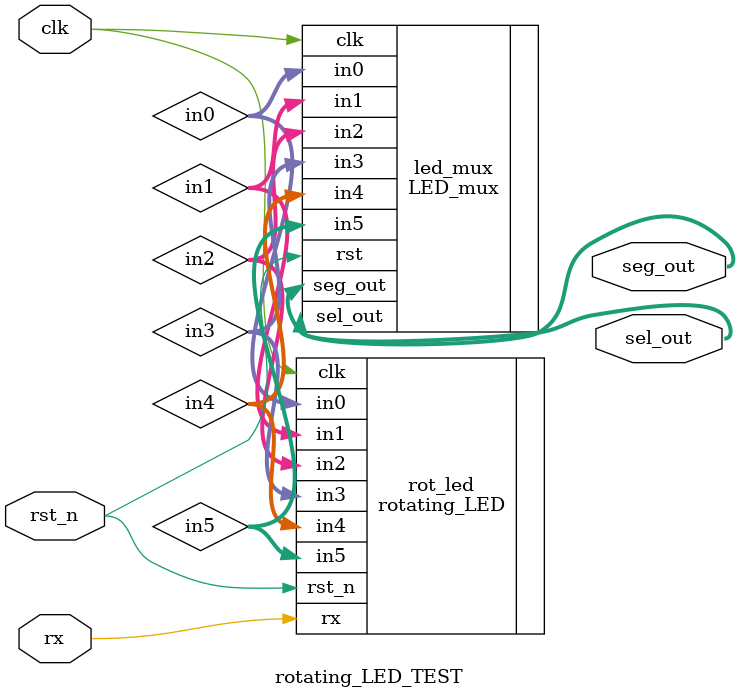
<source format=v>
`timescale 1ns / 1ps

module rotating_LED_TEST(
	input clk,rst_n,
	input rx,
	output[7:0] seg_out,
	output[5:0] sel_out
    );
	 wire [4:0] in0,in1,in2,in3,in4,in5;
	 rotating_LED #(.turns(25_000_000)) //Frequency will be 50MHz/turns = 50MHz/15M = 3.33Hz(0.3 sec per move)
		 rot_led
			(
			.clk(clk),
			.rst_n(rst_n),
			.rx(rx),
			.in0(in0),
			.in1(in1),
			.in2(in2),
			.in3(in3),
			.in4(in4),
			.in5(in5)
			 );
	 
	LED_mux led_mux
		(
		.clk(clk),
		.rst(rst_n),
		.in0(in0),
		.in1(in1),
		.in2(in2),
		.in3(in3),
		.in4(in4),
		.in5(in5),
		.seg_out(seg_out),
		.sel_out(sel_out)
		 );

endmodule

</source>
